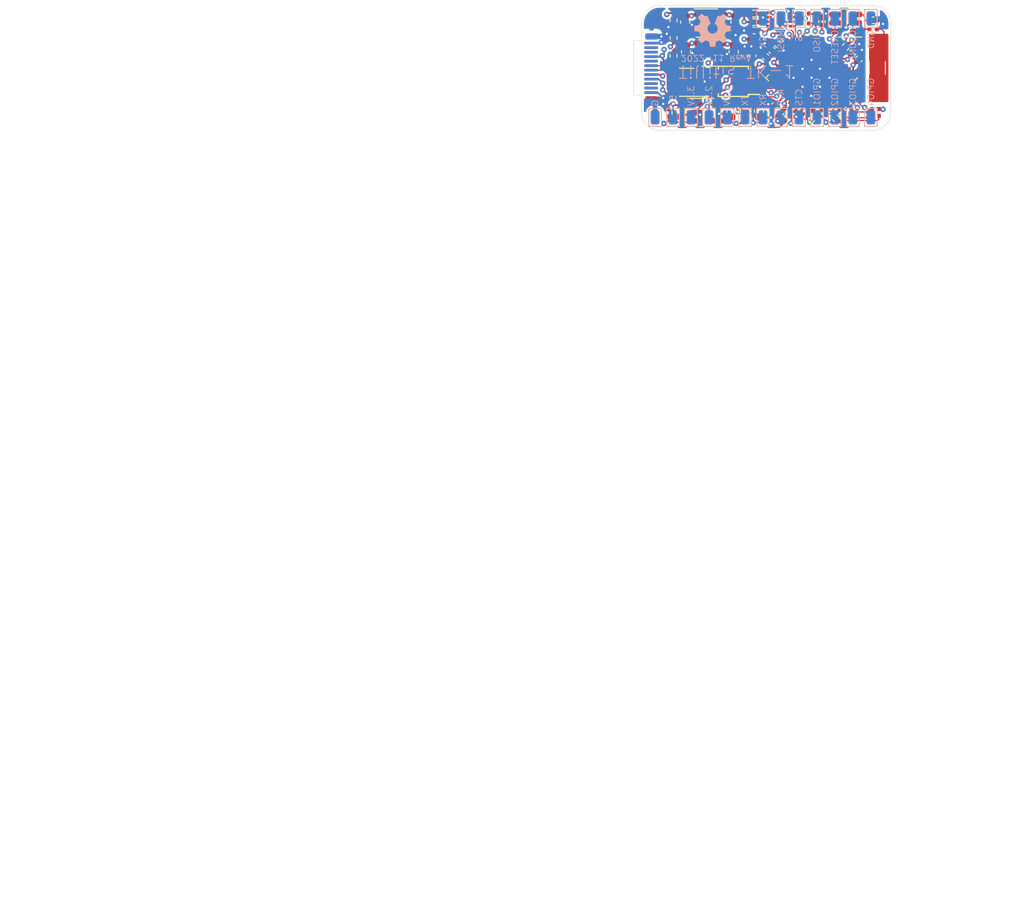
<source format=kicad_pcb>
(kicad_pcb (version 20221018) (generator pcbnew)
  (layers (0 "F.Cu" signal) (1 "In1.Cu" signal) (2 "In2.Cu" signal) (31 "B.Cu" signal) (34 "B.Paste" user) (35 "F.Paste" user) (36 "B.SilkS" user "B.Silkscreen") (37 "F.SilkS" user "F.Silkscreen") (38 "B.Mask" user) (39 "F.Mask" user) (44 "Edge.Cuts" user))
  (net 0 "")
  (net 1 "GND")
  (net 2 "+5V")
  (net 3 "+3V3")
  (net 4 "+2V5")
  (net 5 "+1V2")
  (net 6 "Net-(D3-Pad2)")
  (net 7 "Net-(D3-Pad4)")
  (net 8 "Net-(D3-Pad3)")
  (net 9 "/USB to Serial converter/INT_USB_IN_D+")
  (net 10 "APP_CDONE")
  (net 11 "APP_CRESET")
  (net 12 "APP_ICE_SCK")
  (net 13 "Net-(R1-Pad2)")
  (net 14 "VCC_OK")
  (net 17 "APP_LED_RED")
  (net 18 "APP_LED_GREEN")
  (net 19 "APP_LED_BLUE")
  (net 20 "SPI_VCC_OK")
  (net 21 "/USB to Serial converter/INT_USB_IN_D-")
  (net 22 "INT_USB_D+")
  (net 23 "INT_USB_D-")
  (net 24 "/Application FPGA/APP_+1.2_PLL")
  (net 25 "INTERFACE_TX")
  (net 28 "Net-(P1-PadA5)")
  (net 47 "APP_ICE_SS")
  (net 48 "APP_ICE_MOSI")
  (net 49 "APP_ICE_MISO")
  (net 57 "INTERFACE_RX")
  (net 58 "INTERFACE_RTS")
  (net 59 "INTERFACE_CTS")
  (net 60 "Net-(C27-Pad1)")
  (net 63 "/Application FPGA/APP_FLASH_WP")
  (net 64 "/Application FPGA/APP_FLASH_HOLD")
  (net 65 "APP_GPIO1")
  (net 66 "APP_GPIO2")
  (net 67 "APP_GPIO3")
  (net 68 "APP_GPIO4")
  (net 69 "TOUCH_EVENT")
  (net 70 "Net-(D1-Pad1)")
  (net 72 "/Application FPGA/TOUCH_PAD")
  (footprint "mta1:CAPC1005X06L" (layer "F.Cu") (at 111.45 92.65 90)
    (fp_text reference "C7" hide)
    (fp_text value "0.10uF" hide)
  )
  (footprint "mta1:CAPC1005X06L" (layer "F.Cu") (at 112.35 92.65 90)
    (fp_text reference "C13" hide)
    (fp_text value "0.10uF" hide)
  )
  (footprint "mta1:CAPC1005X06L" (layer "F.Cu") (at 123.5 92.3 45)
    (fp_text reference "C16" hide)
    (fp_text value "0.10uF" hide)
  )
  (footprint "mta1:CAPC1005X06L" (layer "F.Cu") (at 114.8 98.2 -135)
    (fp_text reference "C17" hide)
    (fp_text value "0.10uF" hide)
  )
  (footprint "mta1:CAPC1005X06L" (layer "F.Cu") (at 113.8 92.75 135)
    (fp_text reference "C18" hide)
    (fp_text value "0.10uF" hide)
  )
  (footprint "mta1:CAPC1005X06L" (layer "F.Cu") (at 124.2 93 45)
    (fp_text reference "C19" hide)
    (fp_text value "0.10uF" hide)
  )
  (footprint "mta1:CAPC1005X06L" (layer "F.Cu") (at 115.5 98.9 -135)
    (fp_text reference "C20" hide)
    (fp_text value "0.10uF" hide)
  )
  (footprint "mta1:CAPC1005X06L" (layer "F.Cu") (at 116.2 99.6 -135)
    (fp_text reference "C21" hide)
    (fp_text value "0.10uF" hide)
  )
  (footprint "LED_SMD:LED_0402_1005Metric" (layer "F.Cu") (at 112.5 90.85 180)
    (fp_text reference "D1" hide)
    (fp_text value "0402 indicator LED, blue" hide)
  )
  (footprint "mta1:0402rgb-1010" (layer "F.Cu") (at 126 98.95 90)
    (fp_text reference "D3")
    (fp_text value "LED_ARGB" hide)
  )
  (footprint "mta1:ERJ2G(0402)_L" (layer "F.Cu") (at 103.55 88.7 -90)
    (fp_text reference "R1" hide)
    (fp_text value "10k" hide)
  )
  (footprint "mta1:ERJ2G(0402)_L" (layer "F.Cu") (at 103.55 92.65 -90)
    (fp_text reference "R2" hide)
    (fp_text value "10k" hide)
  )
  (footprint "mta1:ERJ2G(0402)_L" (layer "F.Cu") (at 121.6 99.6 -45)
    (fp_text reference "R16" hide)
    (fp_text value "1k" hide)
  )
  (footprint "mta1:ERJ2G(0402)_L" (layer "F.Cu") (at 122.3 98.9 -45)
    (fp_text reference "R17" hide)
    (fp_text value "1k" hide)
  )
  (footprint "mta1:ERJ2G(0402)_L" (layer "F.Cu") (at 123 98.2 -45)
    (fp_text reference "R18" hide)
    (fp_text value "1k" hide)
  )
  (footprint "mta1:ERJ2G(0402)_L" (layer "F.Cu") (at 122.7 91.65 -135)
    (fp_text reference "R19" hide)
    (fp_text value "10k" hide)
  )
  (footprint "Package_TO_SOT_SMD:SOT-23-6" (layer "F.Cu") (at 105 95.6 180)
    (fp_text reference "U5" hide)
    (fp_text value "USBLC6-2SC6" hide)
  )
  (footprint "Package_DFN_QFN:QFN-48-1EP_7x7mm_P0.5mm_EP5.6x5.6mm" (layer "F.Cu") (at 118.9 95.1 -135)
    (fp_text reference "U6" hide)
    (fp_text value "ICE40UP5K-SG48ITR" hide)
  )
  (footprint "mta1:CAPC1608X09L" (layer "F.Cu") (at 104.94375 92.2 -90)
    (fp_text reference "C6" hide)
    (fp_text value "10uF" hide)
  )
  (footprint "mta1:CAPC1608X09L" (layer "F.Cu") (at 113.05 98.8 -90)
    (fp_text reference "C25" hide)
    (fp_text value "10uF" hide)
  )
  (footprint "mta1:Ferritbead_0603_1608Metric" (layer "F.Cu") (at 111.5 98.8 -90)
    (fp_text reference "FB3" hide)
    (fp_text value "BLM18KG300TN1D" hide)
  )
  (footprint "mta1:ERJ2G(0402)_L" (layer "F.Cu") (at 103 99 -90)
    (fp_text reference "R22" hide)
    (fp_text value "10k" hide)
  )
  (footprint "mta1:ERJ2G(0402)_L" (layer "F.Cu") (at 103.55 90.65 90)
    (fp_text reference "R29" hide)
    (fp_text value "5.1k" hide)
  )
  (footprint "mta1:ERJ2G(0402)_L" (layer "F.Cu") (at 115.9 90.65 -45)
    (fp_text reference "R20" hide)
    (fp_text value "10k" hide)
  )
  (footprint "mta1:CAPC1608X09L" (layer "F.Cu") (at 104.84375 88.9 -90)
    (fp_text reference "C1" hide)
    (fp_text value "10uF" hide)
  )
  (footprint "mta1:CAPC1608X09L" (layer "F.Cu") (at 110.45 88.9 -90)
    (fp_text reference "C5" hide)
    (fp_text value "10uF" hide)
  )
  (footprint "Package_TO_SOT_SMD:SOT-23-5" (layer "F.Cu") (at 107.64375 89)
    (fp_text reference "U2" hide)
    (fp_text value "MIC5258-1.2YM5" hide)
  )
  (footprint "mta1:CAPC1608X09L" (layer "F.Cu") (at 110 98.8 -90)
    (fp_text reference "C4" hide)
    (fp_text value "10uF" hide)
  )
  (footprint "mta1:CAPC1608X09L" (layer "F.Cu") (at 104.45 98.8 -90)
    (fp_text reference "C2" hide)
    (fp_text value "10uF" hide)
  )
  (footprint "Package_TO_SOT_SMD:SOT-23-5" (layer "F.Cu") (at 107.25 98.95)
    (fp_text reference "U1" hide)
    (fp_text value "MCP1824T-2502EOT" hide)
  )
  (footprint "mta1:CAPC1608X09L" (layer "F.Cu") (at 110.24375 92.2 -90)
    (fp_text reference "C3" hide)
    (fp_text value "10uF" hide)
  )
  (footprint "mta1:ERJ2G(0402)_L" (layer "F.Cu") (at 115.15 91.35 -45)
    (fp_text reference "R3" hide)
    (fp_text value "1k" hide)
  )
  (footprint "mta1:CAPC1005X06L" (layer "F.Cu") (at 114.5 92.05 135)
    (fp_text reference "C22" hide)
    (fp_text value "0.10uF" hide)
  )
  (footprint "mta1:NCP752BSN33T1G" (layer "F.Cu") (at 107.59375 92.2)
    (fp_text reference "U9" hide)
    (fp_text value "NCP752BSN33T1G" hide)
  )
  (footprint "mta1:ERJ2G(0402)_L" (layer "F.Cu") (at 118.2 87.95 180)
    (fp_text reference "R25" hide)
    (fp_text value "10k" hide)
  )
  (footprint "mta1:CAPC1005X06L" (layer "F.Cu") (at 112.5 89.85 180)
    (fp_text reference "C23" hide)
    (fp_text value "0.10uF" hide)
  )
  (footprint "Package_SO:MSOP-10_3x3mm_P0.5mm" (layer "F.Cu") (at 110.2 95.5 180)
    (fp_text reference "U3" hide)
    (fp_text value "CH552E" hide)
  )
  (footprint "mta1:CAPC1005X06L" (layer "F.Cu") (at 120.05 88.85 90)
    (fp_text reference "C26" hide)
    (fp_text value "0.10uF" hide)
  )
  (footprint "mta1:ERJ2G(0402)_L" (layer "F.Cu") (at 118.2 89.05 180)
    (fp_text reference "R23" hide)
    (fp_text value "10k" hide)
  )
  (footprint "mta1:ERJ2G(0402)_L" (layer "F.Cu") (at 112.5 88.9)
    (fp_text reference "R26" hide)
    (fp_text value "10k" hide)
  )
  (footprint "Package_TO_SOT_SMD:SOT-23-6" (layer "F.Cu") (at 122.7 89 180)
    (fp_text reference "U10" hide)
    (fp_text value "PT2043AT6" hide)
  )
  (footprint "mta1:W25Q80DVUXIE" (layer "F.Cu") (at 115.4 88.6 180)
    (fp_text reference "U8" hide)
    (fp_text value "W25Q80DVUXIE" hide)
  )
  (footprint "mta1:ERJ2G(0402)_L" (layer "F.Cu") (at 125.75 89.7)
    (fp_text reference "R30" hide)
    (fp_text value "2k" hide)
  )
  (footprint "Fiducial:Fiducial_0.75mm_Mask1.5mm" (layer "F.Cu") (at 101.5 88.5)
    (fp_text reference "FID1" hide)
    (fp_text value "Fiducial" hide)
  )
  (footprint "Fiducial:Fiducial_0.75mm_Mask1.5mm" (layer "F.Cu") (at 124.25 96.75)
    (fp_text reference "FID2" hide)
    (fp_text value "Fiducial" hide)
  )
  (footprint "mta1:CAPC1005X06L" (layer "F.Cu") (at 125.75 88.7)
    (fp_text reference "C27" hide)
    (fp_text value "1pF" hide)
  )
  (footprint "Capacitor_SMD:C_1206_3216Metric" (layer "F.Cu") (at 126.2 94 90)
    (fp_text reference "C8" hide)
    (fp_text value "1uF" hide)
  )
  (footprint "mta1:U261-241N-4BS60" (layer "F.Cu") (at 101.05 94)
    (fp_text reference "P1" hide)
    (fp_text value "USB_C_Plug" hide)
    (fp_line (start -1.95 -3.05) (end -1.95 3.05) (stroke (width 0.05)) (layer "Edge.Cuts"))
    (fp_line (start -1.95 -3.05) (end -1.05 -3.05) (stroke (width 0.05)) (layer "Edge.Cuts"))
    (fp_line (start -1.95 3.05) (end -1.05 3.05) (stroke (width 0.05)) (layer "Edge.Cuts"))
    (fp_line (start -1.05 -3.05) (end -1.05 -3.95) (stroke (width 0.05)) (layer "Edge.Cuts"))
    (fp_line (start -1.05 3.95) (end -1.05 3.05) (stroke (width 0.05)) (layer "Edge.Cuts"))
  )
  (footprint "mta1:ERJ2G(0402)_L" (layer "F.Cu") (at 112.5 87.95)
    (fp_text reference "R24" hide)
    (fp_text value "10k" hide)
  )
  (footprint "mta1:TestPoint_Pad_D1.0mm" (layer "B.Cu") (at 103.5 99.5)
    (fp_text reference "TP1" hide)
    (fp_text value "5V" hide)
  )
  (footprint "mta1:TestPoint_Pad_D1.0mm" (layer "B.Cu") (at 107.5 99.5)
    (fp_text reference "TP3" hide)
    (fp_text value "2V5" hide)
  )
  (footprint "mta1:TestPoint_Pad_D1.0mm" (layer "B.Cu") (at 109.5 99.5)
    (fp_text reference "TP4" hide)
    (fp_text value "1V2" hide)
  )
  (footprint "mta1:TestPoint_Pad_D1.0mm" (layer "B.Cu") (at 105.5 99.5 180)
    (fp_text reference "TP2" hide)
    (fp_text value "3V3" hide)
  )
  (footprint "mta1:TestPoint_Pad_D1.0mm" (layer "B.Cu") (at 113.5 99.5 180)
    (fp_text reference "TP7" hide)
    (fp_text value "INT_RX" hide)
  )
  (footprint "mta1:TestPoint_Pad_D1.0mm" (layer "B.Cu") (at 117.5 99.5 180)
    (fp_text reference "TP9" hide)
    (fp_text value "INT_CTS" hide)
  )
  (footprint "mta1:TestPoint_Pad_D1.0mm" (layer "B.Cu") (at 125.5 88.5 180)
    (fp_text reference "TP5" hide)
    (fp_text value "APP_GND" hide)
  )
  (footprint "mta1:TestPoint_Pad_D1.0mm" (layer "B.Cu") (at 119.5 99.5)
    (fp_text reference "TP18" hide)
    (fp_text value "APP_GPIO1" hide)
  )
  (footprint "mta1:logo_OPENHARDWARE_4mmX4mm" (layer "B.Cu") (at 107.9 89.55)
    (fp_text reference "REF**" hide)
    (fp_text value "logo")
  )
  (footprint "mta1:TestPoint_Pad_D1.0mm" (layer "B.Cu") (at 121.5 99.5)
    (fp_text reference "TP19" hide)
    (fp_text value "APP_GPIO2" hide)
  )
  (footprint "mta1:TestPoint_Pad_D1.0mm" (layer "B.Cu") (at 115.5 88.5)
    (fp_text reference "TP14" hide)
    (fp_text value "APP_ICE_MOSI" hide)
  )
  (footprint "mta1:TestPoint_Pad_D1.0mm" (layer "B.Cu") (at 101.5 99.5 180)
    (fp_text reference "TP28" hide)
    (fp_text value "GND" hide)
  )
  (footprint "mta1:TestPoint_Pad_D1.0mm" (layer "B.Cu") (at 115.5 99.5 180)
    (fp_text reference "TP8" hide)
    (fp_text value "INT_RTS" hide)
  )
  (footprint "mta1:TestPoint_Pad_D1.0mm" (layer "B.Cu") (at 123.5 88.5)
    (fp_text reference "TP17" hide)
    (fp_text value "APP_CDONE" hide)
  )
  (footprint "mta1:TestPoint_Pad_D1.0mm" (layer "B.Cu") (at 119.5 88.5)
    (fp_text reference "TP15" hide)
    (fp_text value "APP_ICE_MISO" hide)
  )
  (footprint "mta1:TestPoint_Pad_D1.0mm" (layer "B.Cu") (at 123.5 99.5)
    (fp_text reference "TP20" hide)
    (fp_text value "APP_GPIO3" hide)
  )
  (footprint "mta1:TestPoint_Pad_D1.0mm" (layer "B.Cu") (at 111.5 99.5 180)
    (fp_text reference "TP6" hide)
    (fp_text value "INT_TX" hide)
  )
  (footprint "mta1:TestPoint_Pad_D1.0mm" (layer "B.Cu") (at 117.5 88.5)
    (fp_text reference "TP13" hide)
    (fp_text value "APP_ICE_SS" hide)
  )
  (footprint "mta1:TestPoint_Pad_D1.0mm" (layer "B.Cu") (at 113.5 88.5)
    (fp_text reference "TP12" hide)
    (fp_text value "APP_ICE_SCK" hide)
  )
  (footprint "mta1:TestPoint_Pad_D1.0mm" (layer "B.Cu") (at 125.5 99.5)
    (fp_text reference "TP21" hide)
    (fp_text value "APP_GPIO4" hide)
  )
  (footprint "mta1:TestPoint_Pad_D1.0mm" (layer "B.Cu") (at 121.5 88.5)
    (fp_text reference "TP16" hide)
    (fp_text value "APP_CRESET" hide)
  )
  (gr_line (start 100 97.95) (end 100 98.95) (stroke (width 0.05)) (layer "Edge.Cuts"))
  (gr_line (start 102 87.05) (end 125.7 87.05) (stroke (width 0.05)) (layer "Edge.Cuts"))
  (gr_arc (start 125.7 87.05) (mid 127.114214 87.635786) (end 127.7 89.05) (stroke (width 0.05)) (layer "Edge.Cuts"))
  (gr_line (start 127.7 89.05) (end 127.7 98.95) (stroke (width 0.05)) (layer "Edge.Cuts"))
  (gr_arc (start 102 100.95) (mid 100.585275 100.364725) (end 100 98.95) (stroke (width 0.05)) (layer "Edge.Cuts"))
  (gr_arc (start 127.7 98.95) (mid 127.114214 100.364214) (end 125.7 100.95) (stroke (width 0.05)) (layer "Edge.Cuts"))
  (gr_line (start 125.7 100.95) (end 102 100.95) (stroke (width 0.05)) (layer "Edge.Cuts"))
  (gr_arc (start 100 89.05) (mid 100.585786 87.635786) (end 102 87.05) (stroke (width 0.05)) (layer "Edge.Cuts"))
  (gr_line (start 100 89.05) (end 100 90.05) (stroke (width 0.05)) (layer "Edge.Cuts"))
  (gr_text "GPIO1" (at 119.5 98.3 90) (layer "B.SilkS") (effects (font (size 0.7 0.7) (thickness 0.08)) (justify right mirror)))
  (gr_text "2022-11 RevA" (at 104.3 92.9 180) (layer "B.SilkS") (effects (font (size 0.7 0.7) (thickness 0.08)) (justify left mirror)))
  (gr_text "1.2V" (at 109.5 98.3 90) (layer "B.SilkS") (effects (font (size 0.7 0.7) (thickness 0.08)) (justify right mirror)))
  (gr_text "CTS" (at 117.5 98.3 90) (layer "B.SilkS") (effects (font (size 0.7 0.7) (thickness 0.08)) (justify right mirror)))
  (gr_text "G" (at 101.5 98.3 90) (layer "B.SilkS") (effects (font (size 0.7 0.7) (thickness 0.08)) (justify right mirror)))
  (gr_text "CDONE" (at 123.5 89.7 90) (layer "B.SilkS") (effects (font (size 0.7 0.7) (thickness 0.08)) (justify left mirror)))
  (gr_text "MOSI" (at 115.5 89.7 90) (layer "B.SilkS") (effects (font (size 0.7 0.7) (thickness 0.08)) (justify left mirror)))
  (gr_text "GPIO4" (at 125.5 98.3 90) (layer "B.SilkS") (effects (font (size 0.7 0.7) (thickness 0.08)) (justify right mirror)))
  (gr_text "RX" (at 113.5 98.3 90) (layer "B.SilkS") (effects (font (size 0.7 0.7) (thickness 0.08)) (justify right mirror)))
  (gr_text "3.3V" (at 105.5 98.3 90) (layer "B.SilkS") (effects (font (size 0.7 0.7) (thickness 0.08)) (justify right mirror)))
  (gr_text "TX" (at 111.5 98.3 90) (layer "B.SilkS") (effects (font (size 0.7 0.7) (thickness 0.08)) (justify right mirror)))
  (gr_text "GND" (at 125.5 89.7 90) (layer "B.SilkS") (effects (font (size 0.7 0.7) (thickness 0.08)) (justify left mirror)))
  (gr_text "SCK" (at 113.5 89.7 90) (layer "B.SilkS") (effects (font (size 0.7 0.7) (thickness 0.08)) (justify left mirror)))
  (gr_text "MISO" (at 119.5 89.7 90) (layer "B.SilkS") (effects (font (size 0.7 0.7) (thickness 0.08)) (justify left mirror)))
  (gr_text "Tillitis TK-1" (at 104 94.4 180) (layer "B.SilkS") (effects (font (size 1.4 1.4) (thickness 0.1)) (justify left mirror)))
  (gr_text "RTS" (at 115.5 98.3 90) (layer "B.SilkS") (effects (font (size 0.7 0.7) (thickness 0.08)) (justify right mirror)))
  (gr_text "5V" (at 103.5 98.3 90) (layer "B.SilkS") (effects (font (size 0.7 0.7) (thickness 0.08)) (justify right mirror)))
  (gr_text "CRESET" (at 121.5 89.7 90) (layer "B.SilkS") (effects (font (size 0.7 0.7) (thickness 0.08)) (justify left mirror)))
  (gr_text "GPIO3" (at 123.5 98.3 90) (layer "B.SilkS") (effects (font (size 0.7 0.7) (thickness 0.08)) (justify right mirror)))
  (gr_text "GPIO2" (at 121.5 98.3 90) (layer "B.SilkS") (effects (font (size 0.7 0.7) (thickness 0.08)) (justify right mirror)))
  (gr_text "2.5V" (at 107.5 98.3 90) (layer "B.SilkS") (effects (font (size 0.7 0.7) (thickness 0.08)) (justify right mirror)))
  (gr_text "SS" (at 117.5 89.7 90) (layer "B.SilkS") (effects (font (size 0.7 0.7) (thickness 0.08)) (justify left mirror)))
  (segment (start 114.4 99.5245) (end 113.1245 99.5245) (width 0.2) (layer "F.Cu") (net 1))
  (segment (start 106.1375 95.6) (end 106.93502 95.6) (width 0.2) (layer "F.Cu") (net 1))
  (segment (start 124.75 92.25) (end 124.75 92.45) (width 0.2) (layer "F.Cu") (net 1))
  (segment (start 101.9 97.5) (end 102.4 98) (width 0.6) (layer "F.Cu") (net 1))
  (segment (start 109.891862 92.85) (end 110.24375 92.85) (width 0.2) (layer "F.Cu") (net 1))
  (segment (start 123.15 89.05) (end 122.7 89.5) (width 0.2) (layer "F.Cu") (net 1))
  (segment (start 113.524228 92.474228) (end 113.25 92.2) (width 0.2) (layer "F.Cu") (net 1))
  (segment (start 115.174228 99.175772) (end 115.224228 99.175772) (width 0.2) (layer "F.Cu") (net 1))
  (segment (start 121.5625 88.05) (end 120.6 88.05) (width 0.2) (layer "F.Cu") (net 1))
  (segment (start 112.35 92.26) (end 112.35 91.75) (width 0.2) (layer "F.Cu") (net 1))
  (segment (start 102.4 97.35) (end 102.4 98) (width 0.2) (layer "F.Cu") (net 1))
  (segment (start 104.95 92.75) (end 105.15 92.75) (width 0.2) (layer "F.Cu") (net 1))
  (segment (start 105.15 92.75) (end 105.65 92.25) (width 0.2) (layer "F.Cu") (net 1))
  (segment (start 124.75 92.45) (end 124.475772 92.724228) (width 0.2) (layer "F.Cu") (net 1))
  (segment (start 124.5 92) (end 124.75 92.25) (width 0.2) (layer "F.Cu") (net 1))
  (segment (start 106.3125 99.2) (end 106.1125 99) (width 0.2) (layer "F.Cu") (net 1))
  (segment (start 115.432843 91.632843) (end 115.432843 91.682843) (width 0.2) (layer "F.Cu") (net 1))
  (segment (start 103.55 89.820552) (end 103.28798 89.558532) (width 0.2) (layer "F.Cu") (net 1))
  (segment (start 123.8375 89.05) (end 123.15 89.05) (width 0.2) (layer "F.Cu") (net 1))
  (segment (start 114.4 99.5245) (end 114.8255 99.5245) (width 0.2) (layer "F.Cu") (net 1))
  (segment (start 105.7 89) (end 105.25 89.45) (width 0.2) (layer "F.Cu") (net 1))
  (segment (start 114.8255 99.5245) (end 115.174228 99.175772) (width 0.2) (layer "F.Cu") (net 1))
  (segment (start 126.45 88.7) (end 126.85 89.1) (width 0.2) (layer "F.Cu") (net 1))
  (segment (start 106.50625 89) (end 105.79375 89) (width 0.2) (layer "F.Cu") (net 1))
  (segment (start 106.5 99.2) (end 104.7 99.2) (width 0.2) (layer "F.Cu") (net 1))
  (segment (start 101.1 97.5) (end 101.9 97.5) (width 0.6) (layer "F.Cu") (net 1))
  (segment (start 108 95.45) (end 107.08502 95.45) (width 0.2) (layer "F.Cu") (net 1))
  (segment (start 110.45 89.55) (end 110.45 90.35) (width 0.2) (layer "F.Cu") (net 1))
  (segment (start 107.08502 95.45) (end 107.01751 95.51751) (width 0.2) (layer "F.Cu") (net 1))
  (segment (start 101.8 96.75) (end 102.4 97.35) (width 0.2) (layer "F.Cu") (net 1))
  (segment (start 113.712489 91.262489) (end 114.224228 91.774228) (width 0.2) (layer "F.Cu") (net 1))
  (segment (start 113.7 91.262489) (end 113.712489 91.262489) (width 0.2) (layer "F.Cu") (net 1))
  (segment (start 103.28798 89.53798) (end 103.206771 89.456771) (width 0.2) (layer "F.Cu") (net 1))
  (segment (start 109.45 99.45) (end 110 99.45) (width 0.2) (layer "F.Cu") (net 1))
  (segment (start 103.28798 89.558532) (end 103.28798 89.53798) (width 0.2) (layer "F.Cu") (net 1))
  (segment (start 116.345293 87.690236) (end 116.490236 87.690236) (width 0.2) (layer "F.Cu") (net 1))
  (segment (start 114.4 100.2) (end 114.749511 100.549511) (width 0.2) (layer "F.Cu") (net 1))
  (segment (start 124.2 91.6) (end 123.775772 92.024228) (width 0.2) (layer "F.Cu") (net 1))
  (segment (start 105.25 89.45) (end 104.85 89.45) (width 0.2) (layer "F.Cu") (net 1))
  (segment (start 106.93502 95.6) (end 107.01751 95.51751) (width 0.2) (layer "F.Cu") (net 1))
  (segment (start 113.25 92.2) (end 113.25 91.75) (width 0.2) (layer "F.Cu") (net 1))
  (segment (start 120.05 88.46) (end 120.05 88.5) (width 0.2) (layer "F.Cu") (net 1))
  (segment (start 115.432843 91.682843) (end 115.8 92.05) (width 0.2) (layer "F.Cu") (net 1))
  (segment (start 105.8 92.1) (end 105.65 92.25) (width 0.2) (layer "F.Cu") (net 1))
  (segment (start 106.50625 89) (end 105.7 89) (width 0.2) (layer "F.Cu") (net 1))
  (segment (start 101.05 96.75) (end 101.8 96.75) (width 0.2) (layer "F.Cu") (net 1))
  (segment (start 102.1 91.25) (end 102.2 91.15) (width 0.2) (layer "F.Cu") (net 1))
  (segment (start 101.05 91.25) (end 102.1 91.25) (width 0.2) (layer "F.Cu") (net 1))
  (segment (start 120.6 88.05) (end 120.5 87.95) (width 0.2) (layer "F.Cu") (net 1))
  (segment (start 120.25 87.95) (end 120.5 87.95) (width 0.2) (layer "F.Cu") (net 1))
  (segment (start 104.7 99.2) (end 104.45 99.45) (width 0.2) (layer "F.Cu") (net 1))
  (segment (start 114.08 98.03) (end 114.524228 98.474228) (width 0.2) (layer "F.Cu") (net 1))
  (segment (start 114.524228 98.474228) (end 114.524228 98.475772) (width 0.2) (layer "F.Cu") (net 1))
  (segment (start 112.35 91.75) (end 112.2 91.6) (width 0.2) (layer "F.Cu") (net 1))
  (segment (start 120.05 88.15) (end 120.25 87.95) (width 0.2) (layer "F.Cu") (net 1))
  (segment (start 115.356905 100.549511) (end 115.924228 99.982188) (width 0.2) (layer "F.Cu") (net 1))
  (segment (start 121.5625 90) (end 122.2 90) (width 0.2) (layer "F.Cu") (net 1))
  (segment (start 111.45 92.26) (end 111.45 91.6) (width 0.2) (layer "F.Cu") (net 1))
  (segment (start 108.6005 99.1) (end 109.1 99.1) (width 0.2) (layer "F.Cu") (net 1))
  (segment (start 106.4 92.1) (end 105.8 92.1) (width 0.2) (layer "F.Cu") (net 1))
  (segment (start 103.206771 89.456771) (end 102.987526 89.456771) (width 0.2) (layer "F.Cu") (net 1))
  (segment (start 124.2 91.35) (end 124.2 91.6) (width 0.2) (layer "F.Cu") (net 1))
  (segment (start 109.1 99.1) (end 109.45 99.45) (width 0.2) (layer "F.Cu") (net 1))
  (segment (start 120.05 88.5) (end 120.05 88.15) (width 0.2) (layer "F.Cu") (net 1))
  (segment (start 126.14 88.7) (end 126.45 88.7) (width 0.2) (layer "F.Cu") (net 1))
  (segment (start 116.490236 87.690236) (end 116.65 87.85) (width 0.2) (layer "F.Cu") (net 1))
  (segment (start 106.5 99.2) (end 106.3125 99.2) (width 0.2) (layer "F.Cu") (net 1))
  (segment (start 115.924228 99.982188) (end 115.924228 99.875772) (width 0.2) (layer "F.Cu") (net 1))
  (segment (start 114.749511 100.549511) (end 115.356905 100.549511) (width 0.2) (layer "F.Cu") (net 1))
  (segment (start 109.499292 92.45743) (end 109.891862 92.85) (width 0.2) (layer "F.Cu") (net 1))
  (segment (start 103.55 90.25) (end 103.55 89.820552) (width 0.2) (layer "F.Cu") (net 1))
  (segment (start 122.2 90) (end 122.7 89.5) (width 0.2) (layer "F.Cu") (net 1))
  (segment (start 112.11 89.85) (end 111.4 89.85) (width 0.2) (layer "F.Cu") (net 1))
  (via (at 113.7 91.262489) (size 0.6) (drill 0.25) (layers "F.Cu" "B.Cu") (net 1))
  (via (at 126.85 89.1) (size 0.6) (drill 0.25) (layers "F.Cu" "B.Cu") (net 1))
  (via (at 109.499292 92.45743) (size 0.6) (drill 0.25) (layers "F.Cu" "B.Cu") (net 1))
  (via (at 105.64375 92.35) (size 0.6) (drill 0.25) (layers "F.Cu" "B.Cu") (net 1))
  (via (at 114.4 100.2) (size 0.6) (drill 0.25) (layers "F.Cu" "B.Cu") (net 1))
  (via (at 102.2 90.5) (size 0.6) (drill 0.25) (layers "F.Cu" "B.Cu") (net 1))
  (via (at 107.01751 95.51751) (size 0.6) (drill 0.25) (layers "F.Cu" "B.Cu") (net 1))
  (via (at 112.2 91.6) (size 0.6) (drill 0.25) (layers "F.Cu" "B.Cu") (net 1))
  (via (at 117.9 96.1) (size 0.6) (drill 0.25) (layers "F.Cu" "B.Cu") (net 1))
  (via (at 116.9 95.1) (size 0.6) (drill 0.25) (layers "F.Cu" "B.Cu") (net 1))
  (via (at 114.08 98.03) (size 0.6) (drill 0.25) (layers "F.Cu" "B.Cu") (net 1))
  (via (at 110.45 90.35) (size 0.6) (drill 0.25) (layers "F.Cu" "B.Cu") (net 1))
  (via (at 116.345293 87.690236) (size 0.6) (drill 0.25) (layers "F.Cu" "B.Cu") (net 1))
  (via (at 119.85 94.1) (size 0.6) (drill 0.25) (layers "F.Cu" "B.Cu") (net 1))
  (via (at 118.9 93.1) (size 0.6) (drill 0.25) (layers "F.Cu" "B.Cu") (net 1))
  (via (at 102.8 90.2) (size 0.6) (drill 0.25) (layers "F.Cu" "B.Cu") (net 1))
  (via (at 102.987526 89.456771) (size 0.6) (drill 0.25) (layers "F.Cu" "B.Cu") (net 1))
  (via (at 124.2 91.35) (size 0.6) (drill 0.25) (layers "F.Cu" "B.Cu") (net 1))
  (via (at 102.2 91.15) (size 0.6) (drill 0.25) (layers "F.Cu" "B.Cu") (net 1))
  (via (at 111.45 91.6) (size 0.6) (drill 0.25) (layers "F.Cu" "B.Cu") (net 1))
  (via (at 113.25 91.75) (size 0.6) (drill 0.25) (layers "F.Cu" "B.Cu") (net 1))
  (via (at 114.4 99.5245) (size 0.6) (drill 0.25) (layers "F.Cu" "B.Cu") (net 1))
  (via (at 117.9 94.1) (size 0.6) (drill 0.25) (layers "F.Cu" "B.Cu") (net 1))
  (via (at 105.59375 89.2) (size 0.6) (drill 0.25) (layers "F.Cu" "B.Cu") (net 1))
  (via (at 118.9 95.1) (size 0.6) (drill 0.25) (layers "F.Cu" "B.Cu") (net 1))
  (via (at 122.7 89.5) (size 0.6) (drill 0.25) (layers "F.Cu" "B.Cu") (net 1))
  (via (at 108.6005 99.1) (size 0.6) (drill 0.25) (layers "F.Cu" "B.Cu") (net 1))
  (via (at 106.5 99.2) (size 0.6) (drill 0.25) (layers "F.Cu" "B.Cu") (net 1))
  (via (at 120.5 87.95) (size 0.6) (drill 0.25) (layers "F.Cu" "B.Cu") (net 1))
  (via (at 119.85 96.1) (size 0.6) (drill 0.25) (layers "F.Cu" "B.Cu") (net 1))
  (via (at 102.4 98) (size 0.6) (drill 0.25) (layers "F.Cu" "B.Cu") (net 1))
  (via (at 102.4 97.35) (size 0.6) (drill 0.25) (layers "F.Cu" "B.Cu") (net 1))
  (via (at 124.5 92) (size 0.6) (drill 0.25) (layers "F.Cu" "B.Cu") (net 1))
  (via (at 120.9 95.1) (size 0.6) (drill 0.25) (layers "F.Cu" "B.Cu") (net 1))
  (via (at 111.4 89.85) (size 0.6) (drill 0.25) (layers "F.Cu" "B.Cu") (net 1))
  (via (at 115.8 92.05) (size 0.6) (drill 0.25) (layers "F.Cu" "B.Cu") (net 1))
  (via (at 118.85 97.1) (size 0.6) (drill 0.25) (layers "F.Cu" "B.Cu") (net 1))
  (segment (start 101.1 90.5) (end 102.2 90.5) (width 0.6) (layer "B.Cu") (net 1))
  (segment (start 102.2 90.5) (end 102.2 91.15) (width 0.2) (layer "B.Cu") (net 1))
  (segment (start 101.05 96.75) (end 101.8 96.75) (width 0.2) (layer "B.Cu") (net 1))
  (segment (start 101.8 96.75) (end 102.4 97.35) (width 0.2) (layer "B.Cu") (net 1))
  (segment (start 101.05 91.25) (end 102.1 91.25) (width 0.2) (layer "B.Cu") (net 1))
  (segment (start 102.1 91.25) (end 102.2 91.15) (width 0.2) (layer "B.Cu") (net 1))
  (segment (start 103.2 98) (end 103 98.2) (width 0.2) (layer "F.Cu") (net 2))
  (segment (start 105.5 88.15) (end 104.85 88.15) (width 0.2) (layer "F.Cu") (net 2))
  (segment (start 103.55 88) (end 103.55 88.3) (width 0.2) (layer "F.Cu") (net 2))
  (segment (start 104.524546 94) (end 104.72452 94.199974) (width 0.2) (layer "F.Cu") (net 2))
  (segment (start 103.45 87.9) (end 103.55 88) (width 0.2) (layer "F.Cu") (net 2))
  (segment (start 104.5 97.1) (end 103 97.1) (width 0.2) (layer "F.Cu") (net 2))
  (segment (start 103.8625 95.6) (end 104.7 95.6) (width 0.2) (layer "F.Cu") (net 2))
  (segment (start 102.95 87.9) (end 103.45 87.9) (width 0.2) (layer "F.Cu") (net 2))
  (segment (start 104.7 95.6) (end 104.72452 95.57548) (width 0.2) (layer "F.Cu") (net 2))
  (segment (start 106.0625 98) (end 104.6 98) (width 0.2) (layer "F.Cu") (net 2))
  (segment (start 101.05 92.75) (end 102.2 92.75) (width 0.2) (layer "F.Cu") (net 2))
  (segment (start 104.72452 94.199974) (end 104.72452 95.57548) (width 0.2) (layer "F.Cu") (net 2))
  (segment (start 103.35 94) (end 104.524546 94) (width 0.2) (layer "F.Cu") (net 2))
  (segment (start 102.2 92.75) (end 102.3 92.65) (width 0.2) (layer "F.Cu") (net 2))
  (segment (start 104.6 98) (end 104.45 98.15) (width 0.2) (layer "F.Cu") (net 2))
  (segment (start 103.5 98) (end 103.2 98) (width 0.2) (layer "F.Cu") (net 2))
  (segment (start 104.94375 91.55) (end 105.29375 91.55) (width 0.2) (layer "F.Cu") (net 2))
  (segment (start 105.6 91.15) (end 106.4 91.15) (width 0.2) (layer "F.Cu") (net 2))
  (segment (start 101.9 95.25) (end 101.05 95.25) (width 0.2) (layer "F.Cu") (net 2))
  (segment (start 104 91.55) (end 104.85 91.55) (width 0.2) (layer "F.Cu") (net 2))
  (segment (start 105.69375 88.05) (end 106.50625 88.05) (width 0.2) (layer "F.Cu") (net 2))
  (segment (start 104.72452 96.87548) (end 104.5 97.1) (width 0.2) (layer "F.Cu") (net 2))
  (segment (start 102.8 88.05) (end 102.95 87.9) (width 0.2) (layer "F.Cu") (net 2))
  (segment (start 105.29375 91.55) (end 105.59375 91.25) (width 0.2) (layer "F.Cu") (net 2))
  (segment (start 103 98.2) (end 103 98.6) (width 0.2) (layer "F.Cu") (net 2))
  (segment (start 103.55 92.25) (end 103.55 92) (width 0.2) (layer "F.Cu") (net 2))
  (segment (start 103.55 92) (end 104 91.55) (width 0.2) (layer "F.Cu") (net 2))
  (segment (start 102.3 92.95) (end 103.35 94) (width 0.2) (layer "F.Cu") (net 2))
  (segment (start 103.5 98) (end 103.65 98.15) (width 0.2) (layer "F.Cu") (net 2))
  (segment (start 102.35 95.7) (end 101.9 95.25) (width 0.2) (layer "F.Cu") (net 2))
  (segment (start 103.65 98.15) (end 104.45 98.15) (width 0.2) (layer "F.Cu") (net 2))
  (segment (start 104.72452 95.57548) (end 104.72452 96.87548) (width 0.2) (layer "F.Cu") (net 2))
  (segment (start 102.3 92.65) (end 102.3 92.95) (width 0.2) (layer "F.Cu") (net 2))
  (segment (start 103 97.1) (end 102.35 96.45) (width 0.2) (layer "F.Cu") (net 2))
  (segment (start 105.55 88.1) (end 105.5 88.15) (width 0.2) (layer "F.Cu") (net 2))
  (via (at 105.54375 88.2) (size 0.6) (drill 0.25) (layers "F.Cu" "B.Cu") (net 2))
  (via (at 105.59375 91.25) (size 0.6) (drill 0.25) (layers "F.Cu" "B.Cu") (net 2))
  (via (at 102.5 91.95) (size 0.6) (drill 0.25) (layers "F.Cu" "B.Cu") (net 2))
  (via (at 103.5 98) (size 0.6) (drill 0.25) (layers "F.Cu" "B.Cu") (net 2))
  (via (at 102.3 92.65) (size 0.6) (drill 0.25) (layers "F.Cu" "B.Cu") (net 2))
  (via (at 102.35 95.7) (size 0.6) (drill 0.25) (layers "F.Cu" "B.Cu") (net 2))
  (via (at 102.8 88.05) (size 0.6) (drill 0.25) (layers "F.Cu" "B.Cu") (net 2))
  (via (at 102.35 96.45) (size 0.6) (drill 0.25) (layers "F.Cu" "B.Cu") (net 2))
  (segment (start 102.5 92.45) (end 102.5 91.95) (width 0.2) (layer "B.Cu") (net 2))
  (segment (start 102.2 92.75) (end 102.3 92.65) (width 0.2) (layer "B.Cu") (net 2))
  (segment (start 101.9 95.25) (end 102.35 95.7) (width 0.2) (layer "B.Cu") (net 2))
  (segment (start 103.5 98) (end 103.5 99.5) (width 0.2) (layer "B.Cu") (net 2))
  (segment (start 102.3 92.65) (end 102.5 92.45) (width 0.2) (layer "B.Cu") (net 2))
  (segment (start 102.35 95.7) (end 102.35 96.45) (width 0.2) (layer "B.Cu") (net 2))
  (segment (start 101.05 95.25) (end 101.9 95.25) (width 0.2) (layer "B.Cu") (net 2))
  (segment (start 101.05 92.75) (end 102.2 92.75) (width 0.2) (layer "B.Cu") (net 2))
  (segment (start 109.4 95.35) (end 111.25 93.5) (width 0.2) (layer "F.Cu") (net 3))
  (segment (start 116.72 100.053257) (end 116.610383 100.162874) (width 0.2) (layer "F.Cu") (net 3))
  (segment (start 110.00048 95.176912) (end 111.377394 93.8) (width 0.2) (layer "F.Cu") (net 3))
  (segment (start 108 96) (end 108.75 96) (width 0.2) (layer "F.Cu") (net 3))
  (segment (start 112.1 88.9) (end 111.45 88.9) (width 0.2) (layer "F.Cu") (net 3))
  (segment (start 107.808531 97.05) (end 107.256692 97.601839) (width 0.2) (layer "F.Cu") (net 3))
  (segment (start 115.4 90.15) (end 115.617157 90.367157) (width 0.2) (layer "F.Cu") (net 3))
  (segment (start 123.522528 93.677472) (end 123.522528 94.366559) (width 0.2) (layer "F.Cu") (net 3))
  (segment (start 119.365412 89.034588) (end 119.365412 88.215412) (width 0.2) (layer "F.Cu") (net 3))
  (segment (start 113.7 90.15) (end 114.15 89.7) (width 0.2) (layer "F.Cu") (net 3))
  (segment (start 118.6 89.05) (end 119.35 89.05) (width 0.2) (layer "F.Cu") (net 3))
  (segment (start 123.522528 94.366559) (end 123.275223 94.613864) (width 0.2) (layer "F.Cu") (net 3))
  (segment (start 111.724554 93.800969) (end 111.999031 93.800969) (width 0.2) (layer "F.Cu") (net 3))
  (segment (start 114.599988 90.338489) (end 114.788477 90.15) (width 0.2) (layer "F.Cu") (net 3))
  (segment (start 111.6 87.95) (end 111.4 88.15) (width 0.2) (layer "F.Cu") (net 3))
  (segment (start 115.05 92.6) (end 115.05 93.05) (width 0.2) (layer "F.Cu") (net 3))
  (segment (start 117.353204 98.446796) (end 116.475772 99.324228) (width 0.2) (layer "F.Cu") (net 3))
  (segment (start 111.4 93.5) (end 111.45 93.45) (width 0.2) (layer "F.Cu") (net 3))
  (segment (start 123.924228 93.275772) (end 123.6 93.6) (width 0.2) (layer "F.Cu") (net 3))
  (segment (start 122.982843 91.367157) (end 123.371981 90.978019) (width 0.2) (layer "F.Cu") (net 3))
  (segment (start 119.365412 88.215412) (end 119.3 88.15) (width 0.2) (layer "F.Cu") (net 3))
  (segment (start 123.371981 90.978019) (end 123.371981 90.871981) (width 0.2) (layer "F.Cu") (net 3))
  (segment (start 111.45 88.9) (end 111.4 88.85) (width 0.2) (layer "F.Cu") (net 3))
  (segment (start 119.365412 89.834588) (end 119.365412 89.034588) (width 0.2) (layer "F.Cu") (net 3))
  (segment (start 118.6 88) (end 119.15 88) (width 0.2) (layer "F.Cu") (net 3))
  (segment (start 109.35 97.05) (end 107.808531 97.05) (width 0.2) (layer "F.Cu") (net 3))
  (segment (start 111.25 93.5) (end 111.4 93.5) (width 0.2) (layer "F.Cu") (net 3))
  (segment (start 114.788477 90.15) (end 115.4 90.15) (width 0.2) (layer "F.Cu") (net 3))
  (segment (start 109.45 91.15) (end 108.8 91.15) (width 0.2) (layer "F.Cu") (net 3))
  (segment (start 111.723585 93.8) (end 111.724554 93.800969) (width 0.2) (layer "F.Cu") (net 3))
  (segment (start 115.231884 93.906757) (end 115.206757 93.906757) (width 0.2) (layer "F.Cu") (net 3))
  (segment (start 110.00048 95.69952) (end 110.00048 95.176912) (width 0.2) (layer "F.Cu") (net 3))
  (segment (start 116.475772 99.324228) (end 116.475772 99.415772) (width 0.2) (layer "F.Cu") (net 3))
  (segment (start 120.05 89.24) (end 120.51 89.24) (width 0.2) (layer "F.Cu") (net 3))
  (segment (start 116.72 99.66) (end 116.72 100.053257) (width 0.2) (layer "F.Cu") (net 3))
  (segment (start 120.75 89) (end 121.5625 89) (width 0.2) (layer "F.Cu") (net 3))
  (segment (start 123.522528 93.677472) (end 123.924228 93.275772) (width 0.2) (layer "F.Cu") (net 3))
  (segment (start 112.1 87.95) (end 111.6 87.95) (width 0.2) (layer "F.Cu") (net 3))
  (segment (start 119.3 89.9) (end 119.365412 89.834588) (width 0.2) (layer "F.Cu") (net 3))
  (segment (start 109.55 91.25) (end 110.05 91.25) (width 0.2) (layer "F.Cu") (net 3))
  (segment (start 111.7 87.85) (end 111.4 88.15) (width 0.2) (layer "F.Cu") (net 3))
  (segment (start 114.775772 92.325772) (end 115.05 92.6) (width 0.2) (layer "F.Cu") (net 3))
  (segment (start 111.999031 93.800969) (end 112.35 93.45) (width 0.2) (layer "F.Cu") (net 3))
  (segment (start 110.05 91.25) (end 110.25 91.45) (width 0.2) (layer "F.Cu") (net 3))
  (segment (start 112.1 87.85) (end 111.7 87.85) (width 0.2) (layer "F.Cu") (net 3))
  (segment (start 119.15 88) (end 119.3 88.15) (width 0.2) (layer "F.Cu") (net 3))
  (segment (start 113.7 90.15) (end 113.4 89.85) (width 0.2) (layer "F.Cu") (net 3))
  (segment (start 109.2 96.5) (end 109.55 96.15) (width 0.2) (layer "F.Cu") (net 3))
  (segment (start 114.15 89.7) (end 114.15 89.35) (width 0.2) (layer "F.Cu") (net 3))
  (segment (start 109.55 96.15) (end 110.00048 95.69952) (width 0.2) (layer "F.Cu") (net 3))
  (segment (start 111.4 88.15) (end 111.4 88.85) (width 0.2) (layer "F.Cu") (net 3))
  (segment (start 111.45 93.45) (end 111.45 93.04) (width 0.2) (layer "F.Cu") (net 3))
  (segment (start 120.05 89.24) (end 120.05 90) (width 0.2) (layer "F.Cu") (net 3))
  (segment (start 111.377394 93.8) (end 111.723585 93.8) (width 0.2) (layer "F.Cu") (net 3))
  (segment (start 117.353204 98.414563) (end 117.353204 98.446796) (width 0.2) (layer "F.Cu") (net 3))
  (segment (start 109.55 91.25) (end 109.45 91.15) (width 0.2) (layer "F.Cu") (net 3))
  (segment (start 126.82 98.57) (end 126.38 98.57) (width 0.2) (layer "F.Cu") (net 3))
  (segment (start 108.75 96) (end 109.4 95.35) (width 0.2) (layer "F.Cu") (net 3))
  (segment (start 116.475772 99.415772) (end 116.72 99.66) (width 0.2) (layer "F.Cu") (net 3))
  (segment (start 113.4 89.85) (end 112.89 89.85) (width 0.2) (layer "F.Cu") (net 3))
  (segment (start 109.25 96.45) (end 109.55 96.15) (width 0.2) (layer "F.Cu") (net 3))
  (segment (start 115.05 93.05) (end 114.7 93.4) (width 0.2) (layer "F.Cu") (net 3))
  (segment (start 112.35 93.45) (end 112.35 93.04) (width 0.2) (layer "F.Cu") (net 3))
  (segment (start 119.35 89.05) (end 119.365412 89.034588) (width 0.2) (layer "F.Cu") (net 3))
  (segment (start 126.85 98.6) (end 126.82 98.57) (width 0.2) (layer "F.Cu") (net 3))
  (segment (start 120.51 89.24) (end 120.75 89) (width 0.2) (layer "F.Cu") (net 3))
  (segment (start 108 96.5) (end 109.2 96.5) (width 0.2) (layer "F.Cu") (net 3))
  (segment (start 115.206757 93.906757) (end 114.7 93.4) (width 0.2) (layer "F.Cu") (net 3))
  (via (at 114.7 93.4) (size 0.6) (drill 0.25) (layers "F.Cu" "B.Cu") (net 3))
  (via (at 123.371981 90.871981) (size 0.6) (drill 0.25) (layers "F.Cu" "B.Cu") (net 3))
  (via (at 111.4 88.85) (size 0.6) (drill 0.25) (layers "F.Cu" "B.Cu") (net 3))
  (via (at 119.3 89.9) (size 0.6) (drill 0.25) (layers "F.Cu" "B.Cu") (net 3))
  (via (at 107.256692 97.601839) (size 0.6) (drill 0.25) (layers "F.Cu" "B.Cu") (net 3))
  (via (at 123.522528 93.677472) (size 0.6) (drill 0.25) (layers "F.Cu" "B.Cu") (net 3))
  (via (at 116.610383 100.162874) (size 0.6) (drill 0.25) (layers "F.Cu" "B.Cu") (net 3))
  (via (at 109.55 96.15) (size 0.6) (drill 0.25) (layers "F.Cu" "B.Cu") (net 3))
  (via (at 114.599988 90.338489) (size 0.6) (drill 0.25) (layers "F.Cu" "B.Cu") (net 3))
  (via (at 109.54375 91.35) (size 0.6) (drill 0.25) (layers "F.Cu" "B.Cu") (net 3))
  (via (at 109.35 97.05) (size 0.6) (drill 0.25) (layers "F.Cu" "B.Cu") (net 3))
  (via (at 109.4 95.35) (size 0.6) (drill 0.25) (layers "F.Cu" "B.Cu") (net 3))
  (via (at 120.05 90) (size 0.6) (drill 0.25) (layers "F.Cu" "B.Cu") (net 3))
  (via (at 126.85 98.6) (size 0.6) (drill 0.25) (layers "F.Cu" "B.Cu") (net 3))
  (via (at 113.7 90.15) (size 0.6) (drill 0.25) (layers "F.Cu" "B.Cu") (net 3))
  (segment (start 107.256692 97.601839) (end 105.997667 98.860864) (width 0.2) (layer "B.Cu") (net 3))
  (segment (start 105.997667 98.860864) (end 105.691241 98.860864) (width 0.2) (layer "B.Cu") (net 3))
  (segment (start 105.5 99.052105) (end 105.5 99.5) (width 0.2) (layer "B.Cu") (net 3))
  (segment (start 105.691241 98.860864) (end 105.5 99.052105) (width 0.2) (layer "B.Cu") (net 3))
  (segment (start 110.3 95.400978) (end 110.3 97.85) (width 0.2) (layer "F.Cu") (net 4))
  (segment (start 109.85 98) (end 110 98.15) (width 0.2) (layer "F.Cu") (net 4))
  (segment (start 110.3 97.85) (end 110 98.15) (width 0.2) (layer "F.Cu") (net 4))
  (segment (start 113.75 93.55) (end 113.1 93.55) (width 0.2) (layer "F.Cu") (net 4))
  (segment (start 107.6 98) (end 108.3875 98) (width 0.2) (layer "F.Cu") (net 4))
  (segment (start 111.600489 94.100489) (end 110.3 95.400978) (width 0.2) (layer "F.Cu") (net 4))
  (segment (start 107.3 98.3) (end 107.6 98) (width 0.2) (layer "F.Cu") (net 4))
  (segment (start 108.3875 98) (end 109.85 98) (width 0.2) (layer "F.Cu") (net 4))
  (segment (start 111.45 90.85) (end 111.4 90.8) (width 0.2) (layer "F.Cu") (net 4))
  (segment (start 113.75 93.839087) (end 113.75 93.351544) (width 0.2) (layer "F.Cu") (net 4))
  (segment (start 112.549511 94.100489) (end 111.600489 94.100489) (width 0.2) (layer "F.Cu") (net 4))
  (segment (start 113.75 93.351544) (end 114.075772 93.025772) (width 0.2) (layer "F.Cu") (net 4))
  (segment (start 112.015 90.85) (end 111.45 90.85) (width 0.2) (layer "F.Cu") (net 4))
  (segment (start 114.524777 94.613864) (end 113.75 93.839087) (width 0.2) (layer "F.Cu") (net 4))
  (segment (start 113.1 93.55) (end 112.549511 94.100489) (width 0.2) (layer "F.Cu") (net 4))
  (via (at 111.4 90.8) (size 0.6) (drill 0.25) (layers "F.Cu" "B.Cu") (net 4))
  (via (at 113.1 93.55) (size 0.6) (drill 0.25) (layers "F.Cu" "B.Cu") (net 4))
  (via (at 107.3 98.3) (size 0.6) (drill 0.25) (layers "F.Cu" "B.Cu") (net 4))
  (segment (start 107.3 98.3) (end 107.5 98.5) (width 0.2) (layer "B.Cu") (net 4))
  (segment (start 107.5 98.5) (end 107.5 99.5) (width 0.2) (layer "B.Cu") (net 4))
  (segment (start 123.224228 92.575772) (end 123.224228 92.74023) (width 0.2) (layer "F.Cu") (net 5))
  (segment (start 115.875683 97.770764) (end 116.292544 97.353903) (width 0.2) (layer "F.Cu") (net 5))
  (segment (start 122.078836 92.981825) (end 122.817843 92.981825) (width 0.2) (layer "F.Cu") (net 5))
  (segment (start 116.05 98.35) (end 116.05 98.132281) (width 0.2) (layer "F.Cu") (net 5))
  (segment (start 115.875683 97.957964) (end 115.875683 97.770764) (width 0.2) (layer "F.Cu") (net 5))
  (segment (start 122.817843 92.981825) (end 122.900238 93.06422) (width 0.2) (layer "F.Cu") (net 5))
  (segment (start 110.518912 100.17251) (end 110.95249 100.17251) (width 0.2) (layer "F.Cu") (net 5))
  (segment (start 109.9 88.25) (end 109.75 88.1) (width 0.2) (layer "F.Cu") (net 5))
  (segment (start 116.05 98.132281) (end 115.875683 97.957964) (width 0.2) (layer "F.Cu") (net 5))
  (segment (start 123.224228 92.74023) (end 122.900238 93.06422) (width 0.2) (layer "F.Cu") (net 5))
  (segment (start 110.45 88.25) (end 109.9 88.25) (width 0.2) (layer "F.Cu") (net 5))
  (segment (start 109.6 87.95) (end 109.75 88.1) (width 0.2) (layer "F.Cu") (net 5))
  (segment (start 108.7875 87.95) (end 109.6 87.95) (width 0.2) (layer "F.Cu") (net 5))
  (segment (start 121.86101 93.199651) (end 122.078836 92.981825) (width 0.2) (layer "F.Cu") (net 5))
  (segment (start 115.775772 98.624228) (end 116.05 98.35) (width 0.2) (layer "F.Cu") (net 5))
  (segment (start 110.95249 100.17251) (end 111.5 99.625) (width 0.2) (layer "F.Cu") (net 5))
  (via (at 122.900238 93.06422) (size 0.6) (drill 0.25) (layers "F.Cu" "B.Cu") (net 5))
  (via (at 115.875683 97.957964) (size 0.6) (drill 0.25) (layers "F.Cu" "B.Cu") (net 5))
  (via (at 110.518912 100.17251) (size 0.6) (drill 0.25) (layers "F.Cu" "B.Cu") (net 5))
  (via (at 109.75 88.1) (size 0.6) (drill 0.25) (layers "F.Cu" "B.Cu") (net 5))
  (segment (start 110.518912 100.17251) (end 110.17251 100.17251) (width 0.2) (layer "B.Cu") (net 5))
  (segment (start 110.17251 100.17251) (end 109.5 99.5) (width 0.2) (layer "B.Cu") (net 5))
  (segment (start 122.6 99.85) (end 126.25 99.85) (width 0.125) (layer "F.Cu") (net 6))
  (segment (start 121.882843 99.882843) (end 122.1 100.1) (width 0.125) (layer "F.Cu") (net 6))
  (segment (start 122.1 100.1) (end 122.35 100.1) (width 0.125) (layer "F.Cu") (net 6))
  (segment (start 126.25 99.85) (end 126.38 99.72) (width 0.125) (layer "F.Cu") (net 6))
  (segment (start 122.35 100.1) (end 122.6 99.85) (width 0.125) (layer "F.Cu") (net 6))
  (segment (start 126.38 99.72) (end 126.38 99.33) (width 0.125) (layer "F.Cu") (net 6))
  (segment (start 125 98.9) (end 125.33 98.57) (width 0.125) (layer "F.Cu") (net 7))
  (segment (start 123.7 98.9) (end 125 98.9) (width 0.125) (layer "F.Cu") (net 7))
  (segment (start 123.282843 98.482843) (end 123.7 98.9) (width 0.125) (layer "F.Cu") (net 7))
  (segment (start 125.33 98.57) (end 125.62 98.57) (width 0.125) (layer "F.Cu") (net 7))
  (segment (start 124.95 99.55) (end 123.15 99.55) (width 0.125) (layer "F.Cu") (net 8))
  (segment (start 125.62 99.33) (end 125.17 99.33) (width 0.125) (layer "F.Cu") (net 8))
  (segment (start 125.17 99.33) (end 124.95 99.55) (width 0.125) (layer "F.Cu") (net 8))
  (segment (start 122.582843 99.182843) (end 122.95 99.55) (width 0.125) (layer "F.Cu") (net 8))
  (segment (start 122.95 99.55) (end 123.15 99.55) (width 0.125) (layer "F.Cu") (net 8))
  (segment (start 103 96.55) (end 103.8625 96.55) (width 0.125) (layer "F.Cu") (net 9))
  (segment (start 102.85 96.4) (end 103 96.55) (width 0.125) (layer "F.Cu") (net 9))
  (segment (start 102.4 94.25) (end 102.85 94.7) (width 0.125) (layer "F.Cu") (net 9))
  (segment (start 101.05 94.25) (end 102.4 94.25) (width 0.125) (layer "F.Cu") (net 9))
  (segment (start 102.85 94.7) (end 102.85 96.4) (width 0.125) (layer "F.Cu") (net 9))
  (segment (start 122.2 92.15) (end 121.95 92.15) (width 0.125) (layer "F.Cu") (net 10))
  (segment (start 121.723223 91.923223) (end 122.75 90.896447) (width 0.125) (layer "F.Cu") (net 10))
  (segment (start 122.417157 91.932843) (end 122.2 92.15) (width 0.125) (layer "F.Cu") (net 10))
  (segment (start 121.95 92.15) (end 121.723223 91.923223) (width 0.125) (layer "F.Cu") (net 10))
  (segment (start 122.75 90.896447) (end 122.75 90.45) (width 0.125) (layer "F.Cu") (net 10))
  (segment (start 121.153903 92.492544) (end 121.723223 91.923223) (width 0.125) (layer "F.Cu") (net 10))
  (via (at 122.75 90.45) (size 0.6) (drill 0.25) (layers "F.Cu" "B.Cu") (net 10))
  (segment (start 123.5 89.7) (end 123.5 88.5) (width 0.125) (layer "B.Cu") (net 10))
  (segment (start 122.75 90.45) (end 123.5 89.7) (width 0.125) (layer "B.Cu") (net 10))
  (segment (start 116.4 91.15) (end 116.5 91.15) (width 0.125) (layer "F.Cu") (net 11))
  (segment (start 116.5 91.15) (end 116.637491 91.012509) (width 0.125) (layer "F.Cu") (net 11))
  (segment (start 116.182843 90.932843) (end 116.4 91.15) (width 0.125) (layer "F.Cu") (net 11))
  (segment (start 116.637491 90.487491) (end 116.4 90.25) (width 0.125) (layer "F.Cu") (net 11))
  (segment (start 116.637491 91.012509) (end 116.637491 90.487491) (width 0.125) (layer "F.Cu") (net 11))
  (segment (start 121.15 91.789339) (end 120.800349 92.13899) (width 0.125) (layer "F.Cu") (net 11))
  (segment (start 120.896377 90.771778) (end 121.15 91.025401) (width 0.125) (layer "F.Cu") (net 11))
  (segment (start 121.15 91.025401) (end 121.15 91.789339) (width 0.125) (layer "F.Cu") (net 11))
  (via (at 116.4 90.25) (size 0.6) (drill 0.25) (layers "F.Cu" "B.Cu") (net 11))
  (via (at 120.896377 90.771778) (size 0.6) (drill 0.25) (layers "F.Cu" "B.Cu") (net 11))
  (segment (start 121.5 90.168155) (end 121.5 88.5) (width 0.125) (layer "B.Cu") (net 11))
  (segment (start 120.896377 90.771778) (end 121.5 90.168155) (width 0.125) (layer "B.Cu") (net 11))
  (segment (start 117.45 91.175127) (end 117.706757 91.431884) (width 0.125) (layer "F.Cu") (net 12))
  (segment (start 113.4 87.95) (end 113.5 88.05) (width 0.125) (layer "F.Cu") (net 12))
  (segment (start 117.45 90.162) (end 117.45 91.175127) (width 0.125) (layer "F.Cu") (net 12))
  (segment (start 117.562 90.05) (end 117.45 90.162) (width 0.125) (layer "F.Cu") (net 12))
  (segment (start 113.5 88.388) (end 113.5 88.05) (width 0.125) (layer "F.Cu") (net 12))
  (segment (start 112.9 87.95) (end 113.4 87.95) (width 0.125) (layer "F.Cu") (net 12))
  (segment (start 113.538 88.35) (end 114.15 88.35) (width 0.125) (layer "F.Cu") (net 12))
  (via (at 113.5 88.388) (size 0.6) (drill 0.25) (layers "F.Cu" "B.Cu") (net 12))
  (via (at 117.562 90.05) (size 0.6) (drill 0.25) (layers "F.Cu" "B.Cu") (net 12))
  (segment (start 103.55 89.45) (end 103.55 89.1) (width 0.125) (layer "F.Cu") (net 13))
  (segment (start 106.50625 89.95) (end 106.34423 90.11202) (width 0.125) (layer "F.Cu") (net 13))
  (segment (start 106.34423 90.11202) (end 104.21202 90.11202) (width 0.125) (layer "F.Cu") (net 13))
  (segment (start 104.21202 90.11202) (end 103.55 89.45) (width 0.125) (layer "F.Cu") (net 13))
  (segment (start 106.4 93.05) (end 106.3 93.15) (width 0.125) (layer "F.Cu") (net 14))
  (segment (start 105.8 93.15) (end 105.45 93.5) (width 0.125) (layer "F.Cu") (net 14))
  (segment (start 107.95 89.95) (end 107.15 90.75) (width 0.125) (layer "F.Cu") (net 14))
  (segment (start 106.95 93.05) (end 106.4 93.05) (width 0.125) (layer "F.Cu") (net 14))
  (segment (start 105.45 93.5) (end 103.65 93.5) (width 0.125) (layer "F.Cu") (net 14))
  (segment (start 107.15 92.85) (end 106.95 93.05) (width 0.125) (layer "F.Cu") (net 14))
  (segment (start 108.78125 89.95) (end 107.95 89.95) (width 0.125) (layer "F.Cu") (net 14))
  (segment (start 107.15 90.75) (end 107.15 92.85) (width 0.125) (layer "F.Cu") (net 14))
  (segment (start 103.65 93.5) (end 103.55 93.4) (width 0.125) (layer "F.Cu") (net 14))
  (segment (start 106.3 93.15) (end 105.8 93.15) (width 0.125) (layer "F.Cu") (net 14))
  (segment (start 103.55 93.4) (end 103.55 93.05) (width 0.125) (layer "F.Cu") (net 14))
  (segment (start 121.317157 99.317157) (end 121.1 99.1) (width 0.125) (layer "F.Cu") (net 17))
  (segment (start 120.425127 99.1) (end 120.093243 98.768116) (width 0.125) (layer "F.Cu") (net 17))
  (segment (start 121.1 99.1) (end 120.425127 99.1) (width 0.125) (layer "F.Cu") (net 17))
  (segment (start 120.446796 98.414563) (end 120.832233 98.8) (width 0.125) (layer "F.Cu") (net 18))
  (segment (start 121.8 98.5) (end 121.967157 98.667157) (width 0.125) (layer "F.Cu") (net 18))
  (segment (start 120.832233 98.8) (end 121.15 98.8) (width 0.125) (layer "F.Cu") (net 18))
  (segment (start 121.15 98.8) (end 121.45 98.5) (width 0.125) (layer "F.Cu") (net 18))
  (segment (start 121.45 98.5) (end 121.8 98.5) (width 0.125) (layer "F.Cu") (net 18))
  (segment (start 122.45 97.65) (end 122.717157 97.917157) (width 0.125) (layer "F.Cu") (net 19))
  (segment (start 121.508665 98.241335) (end 122.1 97.65) (width 0.125) (layer "F.Cu") (net 19))
  (segment (start 120.800349 98.06101) (end 120.980674 98.241335) (width 0.125) (layer "F.Cu") (net 19))
  (segment (start 120.980674 98.241335) (end 121.508665 98.241335) (width 0.125) (layer "F.Cu") (net 19))
  (segment (start 122.1 97.65) (end 122.45 97.65) (width 0.125) (layer "F.Cu") (net 19))
  (segment (start 107.8 93.05) (end 108.8 93.05) (width 0.125) (layer "F.Cu") (net 20))
  (segment (start 102.463948 100.180819) (end 102.669181 100.180819) (width 0.125) (layer "F.Cu") (net 20))
  (segment (start 106.01298 100.04952) (end 106.1125 99.95) (width 0.125) (layer "F.Cu") (net 20))
  (segment (start 107.4 93.45) (end 107.8 93.05) (width 0.125) (layer "F.Cu") (net 20))
  (segment (start 103.19952 100.04952) (end 106.01298 100.04952) (width 0.125) (layer "F.Cu") (net 20))
  (segment (start 103 99.4) (end 103 99.85) (width 0.125) (layer "F.Cu") (net 20))
  (segment (start 103 99.85) (end 103.19952 100.04952) (width 0.125) (layer "F.Cu") (net 20))
  (segment (start 102.669181 100.180819) (end 103 99.85) (width 0.125) (layer "F.Cu") (net 20))
  (via (at 107.4 93.45) (size 0.6) (drill 0.25) (layers "F.Cu" "B.Cu") (net 20))
  (via (at 102.463948 100.180819) (size 0.6) (drill 0.25) (layers "F.Cu" "B.Cu") (net 20))
  (segment (start 103.45 94.65) (end 102.55 93.75) (width 0.125) (layer "F.Cu") (net 21))
  (segment (start 101.05 93.75) (end 102.55 93.75) (width 0.125) (layer "F.Cu") (net 21))
  (segment (start 103.8625 94.65) (end 103.45 94.65) (width 0.125) (layer "F.Cu") (net 21))
  (segment (start 105.35 96.55) (end 106.1375 96.55) (width 0.125) (layer "F.Cu") (net 22))
  (segment (start 105.25 96.45) (end 105.35 96.55) (width 0.125) (layer "F.Cu") (net 22))
  (segment (start 107.2 94.5) (end 106.8 94.1) (width 0.125) (layer "F.Cu") (net 22))
  (segment (start 105.4 94.1) (end 105.25 94.25) (width 0.125) (layer "F.Cu") (net 22))
  (segment (start 106.8 94.1) (end 105.4 94.1) (width 0.125) (layer "F.Cu") (net 22))
  (segment (start 105.25 94.25) (end 105.25 96.45) (width 0.125) (layer "F.Cu") (net 22))
  (segment (start 107.95 94.5) (end 107.2 94.5) (width 0.125) (layer "F.Cu") (net 22))
  (segment (start 107.95 95) (end 107.2 95) (width 0.2) (layer "F.Cu") (net 23))
  (segment (start 106.85 94.65) (end 106.1375 94.65) (width 0.2) (layer "F.Cu") (net 23))
  (segment (start 107.2 95) (end 106.85 94.65) (width 0.2) (layer "F.Cu") (net 23))
  (segment (start 114.83 97.68) (end 114.74 97.68) (width 0.2) (layer "F.Cu") (net 24))
  (segment (start 111.5 97.4) (end 111.65 97.25) (width 0.2) (layer "F.Cu") (net 24))
  (segment (start 111.65 97.25) (end 112.95 97.25) (width 0.2) (layer "F.Cu") (net 24))
  (segment (start 113.05 97.35) (end 113.05 97.5) (width 0.2) (layer "F.Cu") (net 24))
  (segment (start 112.95 97.25) (end 113.05 97.35) (width 0.2) (layer "F.Cu") (net 24))
  (segment (start 111.5 97.975) (end 111.5 97.4) (width 0.2) (layer "F.Cu") (net 24))
  (segment (start 114.56 97.5) (end 113.05 97.5) (width 0.2) (layer "F.Cu") (net 24))
  (segment (start 115.93899 97.06101) (end 115.075772 97.924228) (width 0.2) (layer "F.Cu") (net 24))
  (segment (start 115.93899 97.000349) (end 115.93899 97.06101) (width 0.2) (layer "F.Cu") (net 24))
  (segment (start 115.075772 97.924228) (end 115.074228 97.924228) (width 0.2) (layer "F.Cu") (net 24))
  (segment (start 114.74 97.68) (end 114.56 97.5) (width 0.2) (layer "F.Cu") (net 24))
  (segment (start 115.074228 97.924228) (end 114.83 97.68) (width 0.2) (layer "F.Cu") (net 24))
  (segment (start 113.05 97.5) (end 113.05 98.15) (width 0.2) (layer "F.Cu") (net 24))
  (segment (start 110.707631 98.894377) (end 110.6 98.786746) (width 0.125) (layer "F.Cu") (net 25))
  (segment (start 110.6 98.786746) (end 110.6 95.925) (width 0.125) (layer "F.Cu") (net 25))
  (segment (start 111.525 95) (end 112.4 95) (width 0.125) (layer "F.Cu") (net 25))
  (segment (start 110.6 95.925) (end 111.525 95) (width 0.125) (layer "F.Cu") (net 25))
  (segment (start 113.1 95) (end 114 95.9) (width 0.125) (layer "F.Cu") (net 25))
  (segment (start 114.210913 95.9) (end 114.524777 95.586136) (width 0.125) (layer "F.Cu") (net 25))
  (segment (start 114 95.9) (end 114.210913 95.9) (width 0.125) (layer "F.Cu") (net 25))
  (segment (start 112.4 95) (end 113.1 95) (width 0.125) (layer "F.Cu") (net 25))
  (via (at 110.707631 98.894377) (size 0.6) (drill 0.25) (layers "F.Cu" "B.Cu") (net 25))
  (segment (start 110.707631 98.894377) (end 110.894377 98.894377) (width 0.125) (layer "B.Cu") (net 25))
  (segment (start 110.894377 98.894377) (end 111.5 99.5) (width 0.125) (layer "B.Cu") (net 25))
  (segment (start 102.1936 94.75) (end 102.3468 94.9032) (width 0.2) (layer "F.Cu") (net 28))
  (segment (start 103.55 91.2936) (end 103.206258 91.637342) (width 0.2) (layer "F.Cu") (net 28))
  (segment (start 103.55 91.05) (end 103.55 91.2936) (width 0.2) (layer "F.Cu") (net 28))
  (segment (start 101.05 94.75) (end 102.1936 94.75) (width 0.2) (layer "F.Cu") (net 28))
  (via (at 102.3468 94.9032) (size 0.6) (drill 0.25) (layers "F.Cu" "B.Cu") (net 28))
  (via (at 103.206258 91.637342) (size 0.6) (drill 0.25) (layers "F.Cu" "B.Cu") (net 28))
  (segment (start 117.602576 89.1) (end 117.35 89.1) (width 0.125) (layer "F.Cu") (net 47))
  (segment (start 117.1 89.35) (end 117.1 91.532233) (width 0.125) (layer "F.Cu") (net 47))
  (segment (start 117.35 88.65) (end 117.35 89.1) (width 0.125) (layer "F.Cu") (net 47))
  (segment (start 117.503018 88.496982) (end 117.35 88.65) (width 0.125) (layer "F.Cu") (net 47))
  (segment (start 118.183368 88.496982) (end 117.503018 88.496982) (width 0.125) (layer "F.Cu") (net 47))
  (segment (start 117.1 91.532233) (end 117.353204 91.785437) (width 0.125) (layer "F.Cu") (net 47))
  (segment (start 116.65 89.35) (end 117.1 89.35) (width 0.125) (layer "F.Cu") (net 47))
  (segment (start 117.35 89.1) (end 117.1 89.35) (width 0.125) (layer "F.Cu") (net 47))
  (via (at 118.183368 88.496982) (size 0.6) (drill 0.25) (layers "F.Cu" "B.Cu") (net 47))
  (segment (start 118.183368 88.496982) (end 118.18035 88.5) (width 0.125) (layer "B.Cu") (net 47))
  (segment (start 118.18035 88.5) (end 117.5 88.5) (width 0.125) (layer "B.Cu") (net 47))
  (segment (start 116.862011 90.012011) (end 116.862011 91.237989) (width 0.125) (layer "F.Cu") (net 48))
  (segment (start 116.862011 91.237989) (end 116.6 91.5) (width 0.125) (layer "F.Cu") (net 48))
  (segment (start 116.25 89.75) (end 116.6 89.75) (width 0.125) (layer "F.Cu") (net 48))
  (segment (start 116.6 89.75) (end 116.862011 90.012011) (width 0.125) (layer "F.Cu") (net 48))
  (segment (start 115.98624 89.094334) (end 115.98624 89.48624) (width 0.125) (layer "F.Cu") (net 48))
  (segment (start 116.6 91.739339) (end 116.999651 92.13899) (width 0.125) (layer "F.Cu") (net 48))
  (segment (start 116.2 88.85) (end 116.65 88.85) (width 0.125) (layer "F.Cu") (net 48))
  (segment (start 115.98624 89.094334) (end 115.98624 89.06376) (width 0.125) (layer "F.Cu") (net 48))
  (segment (start 115.98624 89.06376) (end 116.2 88.85) (width 0.125) (layer "F.Cu") (net 48))
  (segment (start 115.98624 89.48624) (end 116.25 89.75) (width 0.125) (layer "F.Cu") (net 48))
  (segment (start 116.6 91.5) (end 116.6 91.739339) (width 0.125) (layer "F.Cu") (net 48))
  (via (at 115.98624 89.094334) (size 0.6) (drill 0.25) (layers "F.Cu" "B.Cu") (net 48))
  (segment (start 115.98624 88.98624) (end 115.5 88.5) (width 0.125) (layer "B.Cu") (net 48))
  (segment (start 115.98624 89.094334) (end 115.98624 88.98624) (width 0.125) (layer "B.Cu") (net 48))
  (segment (start 118.4 89.9) (end 118.390791 89.9) (width 0.125) (layer "F.Cu") (net 49))
  (segment (start 117.842485 90.448306) (end 117.842485 90.860504) (width 0.125) (layer "F.Cu") (net 49))
  (segment (start 118.390791 89.9) (end 117.842485 90.448306) (width 0.125) (layer "F.Cu") (net 49))
  (segment (start 117.842485 90.860504) (end 118.060311 91.07833) (width 0.125) (layer "F.Cu") (net 49))
  (segment (start 114.606642 87.860883) (end 114.595759 87.85) (width 0.125) (layer "F.Cu") (net 49))
  (segment (start 114.595759 87.85) (end 114.15 87.85) (width 0.125) (layer "F.Cu") (net 49))
  (via (at 118.4 89.9) (size 0.6) (drill 0.25) (layers "F.Cu" "B.Cu") (net 49))
  (via (at 114.606642 87.860883) (size 0.6) (drill 0.25) (layers "F.Cu" "B.Cu") (net 49))
  (segment (start 119.5 88.8) (end 119.5 88.5) (width 0.125) (layer "B.Cu") (net 49))
  (segment (start 118.4 89.9) (end 119.5 88.8) (width 0.125) (layer "B.Cu") (net 49))
  (segment (start 110.86298 98.36298) (end 110.86298 96.18702) (width 0.125) (layer "F.Cu") (net 57))
  (segment (start 112.4 100.1) (end 112.4 99.269013) (width 0.125) (layer "F.Cu") (net 57))
  (segment (start 114 96.3) (end 114.518019 96.3) (width 0.125) (layer "F.Cu") (net 57))
  (segment (start 111.2 98.7) (end 110.86298 98.36298) (width 0.125) (layer "F.Cu") (net 57))
  (segment (start 114.518019 96.3) (end 114.87833 95.939689) (width 0.125) (layer "F.Cu") (net 57))
  (segment (start 111.830987 98.7) (end 111.2 98.7) (width 0.125) (layer "F.Cu") (net 57))
  (segment (start 111.55 95.5) (end 113.2 95.5) (width 0.125) (layer "F.Cu") (net 57))
  (segment (start 113.2 95.5) (end 114 96.3) (width 0.125) (layer "F.Cu") (net 57))
  (segment (start 110.86298 96.18702) (end 111.55 95.5) (width 0.125) (layer "F.Cu") (net 57))
  (segment (start 112.4 99.269013) (end 111.830987 98.7) (width 0.125) (layer "F.Cu") (net 57))
  (via (at 112.4 100.1) (size 0.6) (drill 0.25) (layers "F.Cu" "B.Cu") (net 57))
  (segment (start 112.9 100.1) (end 113.5 99.5) (width 0.125) (layer "B.Cu") (net 57))
  (segment (start 112.4 100.1) (end 112.9 100.1) (width 0.125) (layer "B.Cu") (net 57))
  (segment (start 115.001531 97.152723) (end 114.930243 97.224011) (width 0.125) (layer "F.Cu") (net 58))
  (segment (start 114.024011 97.224011) (end 113.675 96.875) (width 0.125) (layer "F.Cu") (net 58))
  (segment (start 114.930243 97.224011) (end 114.024011 97.224011) (width 0.125) (layer "F.Cu") (net 58))
  (segment (start 114 97.2) (end 114.024011 97.224011) (width 0.125) (layer "F.Cu") (net 58))
  (segment (start 113.675 96.875) (end 114 97.2) (width 0.125) (layer "F.Cu") (net 58))
  (segment (start 113.3 96.5) (end 113.675 96.875) (width 0.125) (layer "F.Cu") (net 58))
  (segment (start 112.45 96.5) (end 113.3 96.5) (width 0.125) (layer "F.Cu") (net 58))
  (segment (start 115.082233 97.15) (end 115.585437 96.646796) (width 0.125) (layer "F.Cu") (net 58))
  (via (at 115.001531 97.152723) (size 0.6) (drill 0.25) (layers "F.Cu" "B.Cu") (net 58))
  (via (at 115.142397 99.910606) (size 0.6) (drill 0.25) (layers "F.Cu" "B.Cu") (net 58))
  (segment (start 115.5 99.553003) (end 115.5 99.5) (width 0.125) (layer "B.Cu") (net 58))
  (segment (start 115.142397 99.910606) (end 115.5 99.553003) (width 0.125) (layer "B.Cu") (net 58))
  (segment (start 114.1 96.75) (end 114.775127 96.75) (width 0.125) (layer "F.Cu") (net 59))
  (segment (start 114.775127 96.75) (end 115.231884 96.293243) (width 0.125) (layer "F.Cu") (net 59))
  (segment (start 112.45 96) (end 113.35 96) (width 0.125) (layer "F.Cu") (net 59))
  (segment (start 113.35 96) (end 114.1 96.75) (width 0.125) (layer "F.Cu") (net 59))
  (via (at 117.188553 99.431165) (size 0.6) (drill 0.25) (layers "F.Cu" "B.Cu") (net 59))
  (via (at 114.4 96.762) (size 0.6) (drill 0.25) (layers "F.Cu" "B.Cu") (net 59))
  (segment (start 117.257388 99.5) (end 117.5 99.5) (width 0.125) (layer "B.Cu") (net 59))
  (segment (start 117.188553 99.431165) (end 117.257388 99.5) (width 0.125) (layer "B.Cu") (net 59))
  (segment (start 123.8375 88.05) (end 124.55 88.05) (width 0.125) (layer "F.Cu") (net 60))
  (segment (start 124.8 89.6) (end 124.9 89.7) (width 0.125) (layer "F.Cu") (net 60))
  (segment (start 124.6 88.1) (end 124.8 88.3) (width 0.125) (layer "F.Cu") (net 60))
  (segment (start 124.8 88.3) (end 124.8 88.7) (width 0.125) (layer "F.Cu") (net 60))
  (segment (start 125.36 88.7) (end 124.8 88.7) (width 0.125) (layer "F.Cu") (net 60))
  (segment (start 124.9 89.7) (end 125.35 89.7) (width 0.125) (layer "F.Cu") (net 60))
  (segment (start 124.8 88.7) (end 124.8 89.6) (width 0.125) (layer "F.Cu") (net 60))
  (segment (start 124.55 88.05) (end 124.6 88.1) (width 0.125) (layer "F.Cu") (net 60))
  (segment (start 117.4 88) (end 117.8 88) (width 0.125) (layer "F.Cu") (net 63))
  (segment (start 116.65 88.35) (end 117.05 88.35) (width 0.125) (layer "F.Cu") (net 63))
  (segment (start 117.05 88.35) (end 117.4 88) (width 0.125) (layer "F.Cu") (net 63))
  (segment (start 112.95 88.85) (end 114.15 88.85) (width 0.125) (layer "F.Cu") (net 64))
  (segment (start 112.9 88.9) (end 112.95 88.85) (width 0.125) (layer "F.Cu") (net 64))
  (segment (start 118.413864 99.475223) (end 118.413864 99.763864) (width 0.125) (layer "F.Cu") (net 65))
  (segment (start 118.413864 99.763864) (end 118.7 100.05) (width 0.125) (layer "F.Cu") (net 65))
  (via (at 118.7 100.05) (size 0.6) (drill 0.25) (layers "F.Cu" "B.Cu") (net 65))
  (segment (start 118.95 100.05) (end 119.5 99.5) (width 0.125) (layer "B.Cu") (net 65))
  (segment (start 118.7 100.05) (end 118.95 100.05) (width 0.125) (layer "B.Cu") (net 65))
  (segment (start 120.5 100.05) (end 120.5 99.881982) (width 0.125) (layer "F.Cu") (net 66))
  (segment (start 119.739689 99.12167) (end 119.739689 99.121671) (width 0.125) (layer "F.Cu") (net 66))
  (segment (start 120.5 99.881982) (end 120.184009 99.565991) (width 0.125) (layer "F.Cu") (net 66))
  (segment (start 119.739689 99.121671) (end 120.184009 99.565991) (width 0.125) (layer "F.Cu") (net 66))
  (via (at 120.5 100.05) (size 0.6) (drill 0.25) (layers "F.Cu" "B.Cu") (net 66))
  (segment (start 120.5 100.05) (end 120.95 100.05) (width 0.125) (layer "B.Cu") (net 66))
  (segment (start 120.95 100.05) (end 121.5 99.5) (width 0.125) (layer "B.Cu") (net 66))
  (segment (start 123.968267 98.4005) (end 122.214563 96.646796) (width 0.125) (layer "F.Cu") (net 67))
  (segment (start 124 98.4005) (end 123.968267 98.4005) (width 0.125) (layer "F.Cu") (net 67))
  (via (at 124 98.4005) (size 0.6) (drill 0.25) (layers "F.Cu" "B.Cu") (net 67))
  (segment (start 124 99) (end 124 98.4005) (width 0.125) (layer "B.Cu") (net 67))
  (segment (start 123.5 99.5) (end 124 99) (width 0.125) (layer "B.Cu") (net 67))
  (segment (start 122.568116 96.293243) (end 122.568116 96.315233) (width 0.125) (layer "F.Cu") (net 68))
  (segment (start 122.568116 96.315233) (end 124.649683 98.3968) (width 0.125) (layer "F.Cu") (net 68))
  (segment (start 124.649683 98.3968) (end 124.7968 98.3968) (width 0.125) (layer "F.Cu") (net 68))
  (via (at 124.7968 98.3968) (size 0.6) (drill 0.25) (layers "F.Cu" "B.Cu") (net 68))
  (segment (start 124.7968 98.3968) (end 124.7968 98.7968) (width 0.125) (layer "B.Cu") (net 68))
  (segment (start 124.7968 98.7968) (end 125.5 99.5) (width 0.125) (layer "B.Cu") (net 68))
  (segment (start 123.8375 89.95) (end 123.8375 91.059117) (width 0.125) (layer "F.Cu") (net 69))
  (segment (start 122.334228 92.665772) (end 121.687781 92.665772) (width 0.125) (layer "F.Cu") (net 69))
  (segment (start 123.737989 91.262011) (end 122.334228 92.665772) (width 0.125) (layer "F.Cu") (net 69))
  (segment (start 121.687781 92.665772) (end 121.507456 92.846097) (width 0.125) (layer "F.Cu") (net 69))
  (segment (start 123.8375 91.059117) (end 123.737989 91.158628) (width 0.125) (layer "F.Cu") (net 69))
  (segment (start 123.737989 91.158628) (end 123.737989 91.262011) (width 0.125) (layer "F.Cu") (net 69))
  (segment (start 114.408116 90.8) (end 114.408616 90.8005) (width 0.125) (layer "F.Cu") (net 70))
  (segment (start 112.985 90.85) (end 113.035 90.8) (width 0.125) (layer "F.Cu") (net 70))
  (segment (start 114.6005 90.8005) (end 114.867157 91.067157) (width 0.125) (layer "F.Cu") (net 70))
  (segment (start 113.035 90.8) (end 114.408116 90.8) (width 0.125) (layer "F.Cu") (net 70))
  (segment (start 114.408616 90.8005) (end 114.6005 90.8005) (width 0.125) (layer "F.Cu") (net 70))
  (segment (start 126.9 89.9) (end 126.95 89.95) (width 0.125) (layer "F.Cu") (net 72))
  (segment (start 126.95 89.95) (end 126.95 91.2) (width 0.125) (layer "F.Cu") (net 72))
  (segment (start 126.7 89.7) (end 126.9 89.9) (width 0.125) (layer "F.Cu") (net 72))
  (segment (start 126.15 89.7) (end 126.7 89.7) (width 0.125) (layer "F.Cu") (net 72))
  (zone (net 72) (net_name "/Application FPGA/TOUCH_PAD") (layer "F.Cu") (connect_pads yes (clearance 0.254)) (min_thickness 0.254) (fill yes (thermal_gap 0.508) (thermal_bridge_width 0.508))
    (polygon (pts (xy 125.3 97.8) (xy 127.5 97.8) (xy 127.5 90.2) (xy 125.3 90.2)))
  )
  (zone (net 1) (net_name "GND") (layers "In1.Cu" "B.Cu") (connect_pads (clearance 0.254)) (min_thickness 0.254) (fill yes (thermal_gap 0.508) (thermal_bridge_width 0.508))
    (polygon (pts (xy 127.5 89.7) (xy 124.9 89.7) (xy 124.9 98.35) (xy 127.5 98.35) (xy 127.5 100.75) (xy 100 100.75) (xy 100 87.25) (xy 127.5 87.25)))
  )
  (zone (net 0) (net_name "") (layer "B.Cu") (connect_pads (clearance 0)) (min_thickness 0.254)
    (keepout (tracks allowed) (vias allowed) (pads allowed) (copperpour not_allowed) (footprints allowed))
    (fill (thermal_gap 0.508) (thermal_bridge_width 0.508))
    (polygon (pts (xy 102.1 97.25) (xy 100 97.25) (xy 100 96) (xy 102.1 96)))
  )
  (zone (net 0) (net_name "") (layer "B.Cu") (connect_pads (clearance 0)) (min_thickness 0.254)
    (keepout (tracks allowed) (vias allowed) (pads allowed) (copperpour not_allowed) (footprints allowed))
    (fill (thermal_gap 0.508) (thermal_bridge_width 0.508))
    (polygon (pts (xy 102.1 91.1) (xy 100 91.1) (xy 100 89.85) (xy 102.1 89.85)))
  )
)
</source>
